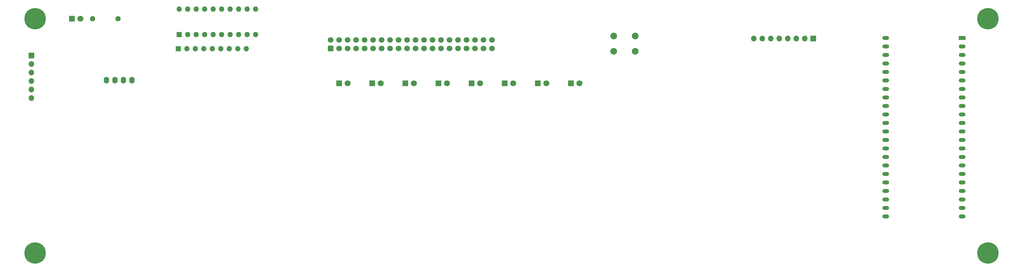
<source format=gbr>
%TF.GenerationSoftware,KiCad,Pcbnew,8.0.6*%
%TF.CreationDate,2024-11-02T14:39:31-05:00*%
%TF.ProjectId,front-panel.processor,66726f6e-742d-4706-916e-656c2e70726f,rev?*%
%TF.SameCoordinates,Original*%
%TF.FileFunction,Soldermask,Top*%
%TF.FilePolarity,Negative*%
%FSLAX46Y46*%
G04 Gerber Fmt 4.6, Leading zero omitted, Abs format (unit mm)*
G04 Created by KiCad (PCBNEW 8.0.6) date 2024-11-02 14:39:31*
%MOMM*%
%LPD*%
G01*
G04 APERTURE LIST*
G04 Aperture macros list*
%AMRoundRect*
0 Rectangle with rounded corners*
0 $1 Rounding radius*
0 $2 $3 $4 $5 $6 $7 $8 $9 X,Y pos of 4 corners*
0 Add a 4 corners polygon primitive as box body*
4,1,4,$2,$3,$4,$5,$6,$7,$8,$9,$2,$3,0*
0 Add four circle primitives for the rounded corners*
1,1,$1+$1,$2,$3*
1,1,$1+$1,$4,$5*
1,1,$1+$1,$6,$7*
1,1,$1+$1,$8,$9*
0 Add four rect primitives between the rounded corners*
20,1,$1+$1,$2,$3,$4,$5,0*
20,1,$1+$1,$4,$5,$6,$7,0*
20,1,$1+$1,$6,$7,$8,$9,0*
20,1,$1+$1,$8,$9,$2,$3,0*%
G04 Aperture macros list end*
%ADD10RoundRect,0.250000X0.600000X-0.600000X0.600000X0.600000X-0.600000X0.600000X-0.600000X-0.600000X0*%
%ADD11C,1.700000*%
%ADD12R,1.700000X1.700000*%
%ADD13O,1.700000X1.700000*%
%ADD14C,6.400000*%
%ADD15R,1.800000X1.800000*%
%ADD16C,1.800000*%
%ADD17C,1.600000*%
%ADD18O,1.600000X1.600000*%
%ADD19C,2.000000*%
%ADD20R,1.600000X1.600000*%
%ADD21O,1.600000X2.000000*%
%ADD22R,2.000000X1.200000*%
%ADD23O,2.000000X1.200000*%
G04 APERTURE END LIST*
D10*
%TO.C,J1*%
X128370000Y-163947500D03*
D11*
X128370000Y-161407500D03*
X130910000Y-163947500D03*
X130910000Y-161407500D03*
X133450000Y-163947500D03*
X133450000Y-161407500D03*
X135990000Y-163947500D03*
X135990000Y-161407500D03*
X138530000Y-163947500D03*
X138530000Y-161407500D03*
X141070000Y-163947500D03*
X141070000Y-161407500D03*
X143610000Y-163947500D03*
X143610000Y-161407500D03*
X146150000Y-163947500D03*
X146150000Y-161407500D03*
X148690000Y-163947500D03*
X148690000Y-161407500D03*
X151230000Y-163947500D03*
X151230000Y-161407500D03*
X153770000Y-163947500D03*
X153770000Y-161407500D03*
X156310000Y-163947500D03*
X156310000Y-161407500D03*
X158850000Y-163947500D03*
X158850000Y-161407500D03*
X161390000Y-163947500D03*
X161390000Y-161407500D03*
X163930000Y-163947500D03*
X163930000Y-161407500D03*
X166470000Y-163947500D03*
X166470000Y-161407500D03*
X169010000Y-163947500D03*
X169010000Y-161407500D03*
X171550000Y-163947500D03*
X171550000Y-161407500D03*
X174090000Y-163947500D03*
X174090000Y-161407500D03*
X176630000Y-163947500D03*
X176630000Y-161407500D03*
%TD*%
D12*
%TO.C,J2*%
X38937000Y-165992000D03*
D13*
X38937000Y-168532000D03*
X38937000Y-171072000D03*
X38937000Y-173612000D03*
X38937000Y-176152000D03*
X38937000Y-178692000D03*
%TD*%
D14*
%TO.C,H1*%
X40000000Y-155000000D03*
%TD*%
%TO.C,H2*%
X325000000Y-155000000D03*
%TD*%
%TO.C,H3*%
X325000000Y-225000000D03*
%TD*%
%TO.C,H4*%
X40000000Y-225000000D03*
%TD*%
D15*
%TO.C,D5*%
X51000000Y-155000000D03*
D16*
X53540000Y-155000000D03*
%TD*%
D17*
%TO.C,R6*%
X64810000Y-155000000D03*
D18*
X57190000Y-155000000D03*
%TD*%
D15*
%TO.C,D4*%
X170549000Y-174327000D03*
D16*
X173089000Y-174327000D03*
%TD*%
D19*
%TO.C,SW9*%
X213031000Y-160222000D03*
X219531000Y-160222000D03*
X213031000Y-164722000D03*
X219531000Y-164722000D03*
%TD*%
D15*
%TO.C,D6*%
X160643100Y-174327000D03*
D16*
X163183100Y-174327000D03*
%TD*%
D15*
%TO.C,D3*%
X180454900Y-174329300D03*
D16*
X182994900Y-174329300D03*
%TD*%
D20*
%TO.C,U1*%
X83075000Y-159800000D03*
D18*
X85615000Y-159800000D03*
X88155000Y-159800000D03*
X90695000Y-159800000D03*
X93235000Y-159800000D03*
X95775000Y-159800000D03*
X98315000Y-159800000D03*
X100855000Y-159800000D03*
X103395000Y-159800000D03*
X105935000Y-159800000D03*
X105935000Y-152180000D03*
X103395000Y-152180000D03*
X100855000Y-152180000D03*
X98315000Y-152180000D03*
X95775000Y-152180000D03*
X93235000Y-152180000D03*
X90695000Y-152180000D03*
X88155000Y-152180000D03*
X85615000Y-152180000D03*
X83075000Y-152180000D03*
%TD*%
D15*
%TO.C,D2*%
X190360800Y-174328800D03*
D16*
X192900800Y-174328800D03*
%TD*%
D15*
%TO.C,D7*%
X150737300Y-174328800D03*
D16*
X153277300Y-174328800D03*
%TD*%
D20*
%TO.C,RN1*%
X82825000Y-164000000D03*
D18*
X85365000Y-164000000D03*
X87905000Y-164000000D03*
X90445000Y-164000000D03*
X92985000Y-164000000D03*
X95525000Y-164000000D03*
X98065000Y-164000000D03*
X100605000Y-164000000D03*
X103145000Y-164000000D03*
%TD*%
D15*
%TO.C,D8*%
X140831400Y-174327000D03*
D16*
X143371400Y-174327000D03*
%TD*%
D15*
%TO.C,D1*%
X200266600Y-174327000D03*
D16*
X202806600Y-174327000D03*
%TD*%
D15*
%TO.C,D9*%
X130925500Y-174327000D03*
D16*
X133465500Y-174327000D03*
%TD*%
D21*
%TO.C,Brd1*%
X61380000Y-173400000D03*
X63920000Y-173400000D03*
X66460000Y-173400000D03*
X69000000Y-173400000D03*
%TD*%
D12*
%TO.C,J3*%
X272744000Y-160912000D03*
D13*
X270204000Y-160912000D03*
X267664000Y-160912000D03*
X265124000Y-160912000D03*
X262584000Y-160912000D03*
X260044000Y-160912000D03*
X257504000Y-160912000D03*
X254964000Y-160912000D03*
%TD*%
D22*
%TO.C,U2*%
X317317300Y-160787700D03*
D23*
X317317300Y-163327700D03*
X317317300Y-165867700D03*
X317317300Y-168407700D03*
X317317300Y-170947700D03*
X317317300Y-173487700D03*
X317317300Y-176027700D03*
X317317300Y-178567700D03*
X317317300Y-181107700D03*
X317317300Y-183647700D03*
X317317300Y-186187700D03*
X317317300Y-188727700D03*
X317317300Y-191267700D03*
X317317300Y-193807700D03*
X317317300Y-196347700D03*
X317317300Y-198887700D03*
X317317300Y-201427700D03*
X317317300Y-203967700D03*
X317317300Y-206507700D03*
X317320980Y-209044980D03*
X317320980Y-211584980D03*
X317320980Y-214124980D03*
X294457300Y-214127700D03*
X294457300Y-211587700D03*
X294457300Y-209047700D03*
X294457300Y-206507700D03*
X294457300Y-203967700D03*
X294457300Y-201427700D03*
X294457300Y-198887700D03*
X294457300Y-196347700D03*
X294457300Y-193807700D03*
X294457300Y-191267700D03*
X294457300Y-188727700D03*
X294457300Y-186187700D03*
X294457300Y-183647700D03*
X294457300Y-181107700D03*
X294457300Y-178567700D03*
X294457300Y-176027700D03*
X294457300Y-173487700D03*
X294457300Y-170947700D03*
X294457300Y-168407700D03*
X294457300Y-165867700D03*
X294457300Y-163327700D03*
X294457300Y-160787700D03*
%TD*%
M02*

</source>
